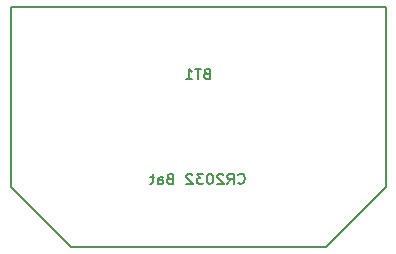
<source format=gbr>
G04 #@! TF.FileFunction,Legend,Bot*
%FSLAX46Y46*%
G04 Gerber Fmt 4.6, Leading zero omitted, Abs format (unit mm)*
G04 Created by KiCad (PCBNEW (2015-08-30 BZR 6134, Git 4e94d52)-product) date 10/20/2015 9:06:24 PM*
%MOMM*%
G01*
G04 APERTURE LIST*
%ADD10C,0.100000*%
%ADD11C,0.203200*%
G04 APERTURE END LIST*
D10*
D11*
X92329000Y-71120000D02*
X70739000Y-71120000D01*
X97409000Y-50800000D02*
X97409000Y-66040000D01*
X65659000Y-50800000D02*
X65659000Y-66040000D01*
X97409000Y-66040000D02*
X92329000Y-71120000D01*
X65659000Y-66040000D02*
X70739000Y-71120000D01*
X65659000Y-50800000D02*
X97409000Y-50800000D01*
X82252457Y-56456943D02*
X82121828Y-56495648D01*
X82078285Y-56534352D01*
X82034742Y-56611762D01*
X82034742Y-56727876D01*
X82078285Y-56805286D01*
X82121828Y-56843990D01*
X82208914Y-56882695D01*
X82557257Y-56882695D01*
X82557257Y-56069895D01*
X82252457Y-56069895D01*
X82165371Y-56108600D01*
X82121828Y-56147305D01*
X82078285Y-56224714D01*
X82078285Y-56302124D01*
X82121828Y-56379533D01*
X82165371Y-56418238D01*
X82252457Y-56456943D01*
X82557257Y-56456943D01*
X81773485Y-56069895D02*
X81250971Y-56069895D01*
X81512228Y-56882695D02*
X81512228Y-56069895D01*
X80467199Y-56882695D02*
X80989714Y-56882695D01*
X80728456Y-56882695D02*
X80728456Y-56069895D01*
X80815542Y-56186010D01*
X80902628Y-56263419D01*
X80989714Y-56302124D01*
X84930342Y-65695286D02*
X84973885Y-65733990D01*
X85104514Y-65772695D01*
X85191600Y-65772695D01*
X85322228Y-65733990D01*
X85409314Y-65656581D01*
X85452857Y-65579171D01*
X85496400Y-65424352D01*
X85496400Y-65308238D01*
X85452857Y-65153419D01*
X85409314Y-65076010D01*
X85322228Y-64998600D01*
X85191600Y-64959895D01*
X85104514Y-64959895D01*
X84973885Y-64998600D01*
X84930342Y-65037305D01*
X84015942Y-65772695D02*
X84320742Y-65385648D01*
X84538457Y-65772695D02*
X84538457Y-64959895D01*
X84190114Y-64959895D01*
X84103028Y-64998600D01*
X84059485Y-65037305D01*
X84015942Y-65114714D01*
X84015942Y-65230829D01*
X84059485Y-65308238D01*
X84103028Y-65346943D01*
X84190114Y-65385648D01*
X84538457Y-65385648D01*
X83667600Y-65037305D02*
X83624057Y-64998600D01*
X83536971Y-64959895D01*
X83319257Y-64959895D01*
X83232171Y-64998600D01*
X83188628Y-65037305D01*
X83145085Y-65114714D01*
X83145085Y-65192124D01*
X83188628Y-65308238D01*
X83711142Y-65772695D01*
X83145085Y-65772695D01*
X82579028Y-64959895D02*
X82491943Y-64959895D01*
X82404857Y-64998600D01*
X82361314Y-65037305D01*
X82317771Y-65114714D01*
X82274228Y-65269533D01*
X82274228Y-65463057D01*
X82317771Y-65617876D01*
X82361314Y-65695286D01*
X82404857Y-65733990D01*
X82491943Y-65772695D01*
X82579028Y-65772695D01*
X82666114Y-65733990D01*
X82709657Y-65695286D01*
X82753200Y-65617876D01*
X82796743Y-65463057D01*
X82796743Y-65269533D01*
X82753200Y-65114714D01*
X82709657Y-65037305D01*
X82666114Y-64998600D01*
X82579028Y-64959895D01*
X81969428Y-64959895D02*
X81403371Y-64959895D01*
X81708171Y-65269533D01*
X81577543Y-65269533D01*
X81490457Y-65308238D01*
X81446914Y-65346943D01*
X81403371Y-65424352D01*
X81403371Y-65617876D01*
X81446914Y-65695286D01*
X81490457Y-65733990D01*
X81577543Y-65772695D01*
X81838800Y-65772695D01*
X81925886Y-65733990D01*
X81969428Y-65695286D01*
X81055029Y-65037305D02*
X81011486Y-64998600D01*
X80924400Y-64959895D01*
X80706686Y-64959895D01*
X80619600Y-64998600D01*
X80576057Y-65037305D01*
X80532514Y-65114714D01*
X80532514Y-65192124D01*
X80576057Y-65308238D01*
X81098571Y-65772695D01*
X80532514Y-65772695D01*
X79139143Y-65346943D02*
X79008514Y-65385648D01*
X78964971Y-65424352D01*
X78921428Y-65501762D01*
X78921428Y-65617876D01*
X78964971Y-65695286D01*
X79008514Y-65733990D01*
X79095600Y-65772695D01*
X79443943Y-65772695D01*
X79443943Y-64959895D01*
X79139143Y-64959895D01*
X79052057Y-64998600D01*
X79008514Y-65037305D01*
X78964971Y-65114714D01*
X78964971Y-65192124D01*
X79008514Y-65269533D01*
X79052057Y-65308238D01*
X79139143Y-65346943D01*
X79443943Y-65346943D01*
X78137657Y-65772695D02*
X78137657Y-65346943D01*
X78181200Y-65269533D01*
X78268286Y-65230829D01*
X78442457Y-65230829D01*
X78529543Y-65269533D01*
X78137657Y-65733990D02*
X78224743Y-65772695D01*
X78442457Y-65772695D01*
X78529543Y-65733990D01*
X78573086Y-65656581D01*
X78573086Y-65579171D01*
X78529543Y-65501762D01*
X78442457Y-65463057D01*
X78224743Y-65463057D01*
X78137657Y-65424352D01*
X77832857Y-65230829D02*
X77484514Y-65230829D01*
X77702229Y-64959895D02*
X77702229Y-65656581D01*
X77658686Y-65733990D01*
X77571600Y-65772695D01*
X77484514Y-65772695D01*
M02*

</source>
